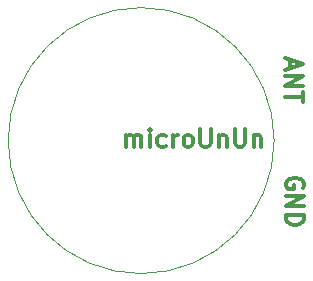
<source format=gbr>
%TF.GenerationSoftware,KiCad,Pcbnew,6.0.2+dfsg-1*%
%TF.CreationDate,2023-09-01T00:23:25+02:00*%
%TF.ProjectId,microUnUn,6d696372-6f55-46e5-956e-2e6b69636164,rev?*%
%TF.SameCoordinates,Original*%
%TF.FileFunction,Legend,Top*%
%TF.FilePolarity,Positive*%
%FSLAX46Y46*%
G04 Gerber Fmt 4.6, Leading zero omitted, Abs format (unit mm)*
G04 Created by KiCad (PCBNEW 6.0.2+dfsg-1) date 2023-09-01 00:23:25*
%MOMM*%
%LPD*%
G01*
G04 APERTURE LIST*
%ADD10C,0.300000*%
%ADD11C,0.120000*%
G04 APERTURE END LIST*
D10*
X109285714Y-71278571D02*
X109285714Y-70278571D01*
X109285714Y-70421428D02*
X109357142Y-70350000D01*
X109500000Y-70278571D01*
X109714285Y-70278571D01*
X109857142Y-70350000D01*
X109928571Y-70492857D01*
X109928571Y-71278571D01*
X109928571Y-70492857D02*
X110000000Y-70350000D01*
X110142857Y-70278571D01*
X110357142Y-70278571D01*
X110500000Y-70350000D01*
X110571428Y-70492857D01*
X110571428Y-71278571D01*
X111285714Y-71278571D02*
X111285714Y-70278571D01*
X111285714Y-69778571D02*
X111214285Y-69850000D01*
X111285714Y-69921428D01*
X111357142Y-69850000D01*
X111285714Y-69778571D01*
X111285714Y-69921428D01*
X112642857Y-71207142D02*
X112500000Y-71278571D01*
X112214285Y-71278571D01*
X112071428Y-71207142D01*
X112000000Y-71135714D01*
X111928571Y-70992857D01*
X111928571Y-70564285D01*
X112000000Y-70421428D01*
X112071428Y-70350000D01*
X112214285Y-70278571D01*
X112500000Y-70278571D01*
X112642857Y-70350000D01*
X113285714Y-71278571D02*
X113285714Y-70278571D01*
X113285714Y-70564285D02*
X113357142Y-70421428D01*
X113428571Y-70350000D01*
X113571428Y-70278571D01*
X113714285Y-70278571D01*
X114428571Y-71278571D02*
X114285714Y-71207142D01*
X114214285Y-71135714D01*
X114142857Y-70992857D01*
X114142857Y-70564285D01*
X114214285Y-70421428D01*
X114285714Y-70350000D01*
X114428571Y-70278571D01*
X114642857Y-70278571D01*
X114785714Y-70350000D01*
X114857142Y-70421428D01*
X114928571Y-70564285D01*
X114928571Y-70992857D01*
X114857142Y-71135714D01*
X114785714Y-71207142D01*
X114642857Y-71278571D01*
X114428571Y-71278571D01*
X115571428Y-69778571D02*
X115571428Y-70992857D01*
X115642857Y-71135714D01*
X115714285Y-71207142D01*
X115857142Y-71278571D01*
X116142857Y-71278571D01*
X116285714Y-71207142D01*
X116357142Y-71135714D01*
X116428571Y-70992857D01*
X116428571Y-69778571D01*
X117142857Y-70278571D02*
X117142857Y-71278571D01*
X117142857Y-70421428D02*
X117214285Y-70350000D01*
X117357142Y-70278571D01*
X117571428Y-70278571D01*
X117714285Y-70350000D01*
X117785714Y-70492857D01*
X117785714Y-71278571D01*
X118500000Y-69778571D02*
X118500000Y-70992857D01*
X118571428Y-71135714D01*
X118642857Y-71207142D01*
X118785714Y-71278571D01*
X119071428Y-71278571D01*
X119214285Y-71207142D01*
X119285714Y-71135714D01*
X119357142Y-70992857D01*
X119357142Y-69778571D01*
X120071428Y-70278571D02*
X120071428Y-71278571D01*
X120071428Y-70421428D02*
X120142857Y-70350000D01*
X120285714Y-70278571D01*
X120500000Y-70278571D01*
X120642857Y-70350000D01*
X120714285Y-70492857D01*
X120714285Y-71278571D01*
X124250000Y-74757142D02*
X124321428Y-74614285D01*
X124321428Y-74400000D01*
X124250000Y-74185714D01*
X124107142Y-74042857D01*
X123964285Y-73971428D01*
X123678571Y-73900000D01*
X123464285Y-73900000D01*
X123178571Y-73971428D01*
X123035714Y-74042857D01*
X122892857Y-74185714D01*
X122821428Y-74400000D01*
X122821428Y-74542857D01*
X122892857Y-74757142D01*
X122964285Y-74828571D01*
X123464285Y-74828571D01*
X123464285Y-74542857D01*
X122821428Y-75471428D02*
X124321428Y-75471428D01*
X122821428Y-76328571D01*
X124321428Y-76328571D01*
X122821428Y-77042857D02*
X124321428Y-77042857D01*
X124321428Y-77400000D01*
X124250000Y-77614285D01*
X124107142Y-77757142D01*
X123964285Y-77828571D01*
X123678571Y-77900000D01*
X123464285Y-77900000D01*
X123178571Y-77828571D01*
X123035714Y-77757142D01*
X122892857Y-77614285D01*
X122821428Y-77400000D01*
X122821428Y-77042857D01*
X123150000Y-63885714D02*
X123150000Y-64600000D01*
X122721428Y-63742857D02*
X124221428Y-64242857D01*
X122721428Y-64742857D01*
X122721428Y-65242857D02*
X124221428Y-65242857D01*
X122721428Y-66100000D01*
X124221428Y-66100000D01*
X124221428Y-66600000D02*
X124221428Y-67457142D01*
X122721428Y-67028571D02*
X124221428Y-67028571D01*
D11*
%TO.C,U1*%
X121815772Y-70749800D02*
G75*
G03*
X121815772Y-70749800I-11260551J0D01*
G01*
%TD*%
M02*

</source>
